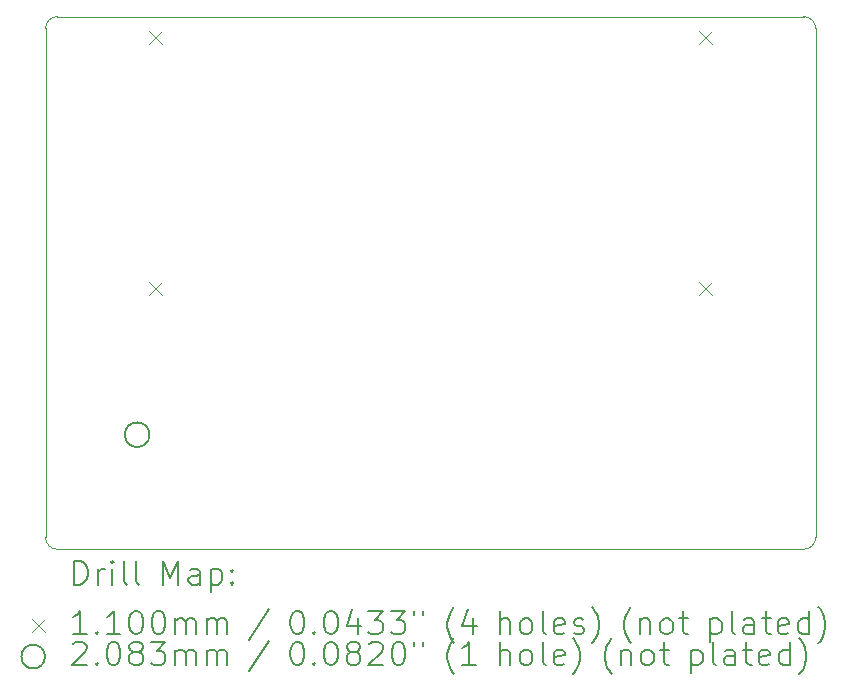
<source format=gbr>
%TF.GenerationSoftware,KiCad,Pcbnew,(7.0.0)*%
%TF.CreationDate,2023-03-13T21:24:51+00:00*%
%TF.ProjectId,main,6d61696e-2e6b-4696-9361-645f70636258,1.0*%
%TF.SameCoordinates,Original*%
%TF.FileFunction,Drillmap*%
%TF.FilePolarity,Positive*%
%FSLAX45Y45*%
G04 Gerber Fmt 4.5, Leading zero omitted, Abs format (unit mm)*
G04 Created by KiCad (PCBNEW (7.0.0)) date 2023-03-13 21:24:51*
%MOMM*%
%LPD*%
G01*
G04 APERTURE LIST*
%ADD10C,0.100000*%
%ADD11C,0.200000*%
%ADD12C,0.110000*%
%ADD13C,0.208280*%
G04 APERTURE END LIST*
D10*
X2830000Y-2660000D02*
X9150000Y-2660000D01*
X9250000Y-2760000D02*
G75*
G03*
X9150000Y-2660000I-100000J0D01*
G01*
X9150000Y-7170000D02*
G75*
G03*
X9250000Y-7070000I0J100000D01*
G01*
X2830000Y-2660000D02*
G75*
G03*
X2730000Y-2760000I0J-100000D01*
G01*
X2730000Y-2760000D02*
X2730000Y-7070000D01*
X9250000Y-7070000D02*
X9250000Y-2760000D01*
X2830000Y-7170000D02*
X9150000Y-7170000D01*
X2730000Y-7070000D02*
G75*
G03*
X2830000Y-7170000I100000J0D01*
G01*
D11*
D12*
X3605000Y-2785000D02*
X3715000Y-2895000D01*
X3715000Y-2785000D02*
X3605000Y-2895000D01*
X3605000Y-4905000D02*
X3715000Y-5015000D01*
X3715000Y-4905000D02*
X3605000Y-5015000D01*
X8265000Y-2785000D02*
X8375000Y-2895000D01*
X8375000Y-2785000D02*
X8265000Y-2895000D01*
X8265000Y-4905000D02*
X8375000Y-5015000D01*
X8375000Y-4905000D02*
X8265000Y-5015000D01*
D13*
X3609630Y-6200000D02*
G75*
G03*
X3609630Y-6200000I-104140J0D01*
G01*
D11*
X2972619Y-7468476D02*
X2972619Y-7268476D01*
X2972619Y-7268476D02*
X3020238Y-7268476D01*
X3020238Y-7268476D02*
X3048809Y-7278000D01*
X3048809Y-7278000D02*
X3067857Y-7297048D01*
X3067857Y-7297048D02*
X3077381Y-7316095D01*
X3077381Y-7316095D02*
X3086905Y-7354190D01*
X3086905Y-7354190D02*
X3086905Y-7382762D01*
X3086905Y-7382762D02*
X3077381Y-7420857D01*
X3077381Y-7420857D02*
X3067857Y-7439905D01*
X3067857Y-7439905D02*
X3048809Y-7458952D01*
X3048809Y-7458952D02*
X3020238Y-7468476D01*
X3020238Y-7468476D02*
X2972619Y-7468476D01*
X3172619Y-7468476D02*
X3172619Y-7335143D01*
X3172619Y-7373238D02*
X3182143Y-7354190D01*
X3182143Y-7354190D02*
X3191667Y-7344667D01*
X3191667Y-7344667D02*
X3210714Y-7335143D01*
X3210714Y-7335143D02*
X3229762Y-7335143D01*
X3296428Y-7468476D02*
X3296428Y-7335143D01*
X3296428Y-7268476D02*
X3286905Y-7278000D01*
X3286905Y-7278000D02*
X3296428Y-7287524D01*
X3296428Y-7287524D02*
X3305952Y-7278000D01*
X3305952Y-7278000D02*
X3296428Y-7268476D01*
X3296428Y-7268476D02*
X3296428Y-7287524D01*
X3420238Y-7468476D02*
X3401190Y-7458952D01*
X3401190Y-7458952D02*
X3391667Y-7439905D01*
X3391667Y-7439905D02*
X3391667Y-7268476D01*
X3525000Y-7468476D02*
X3505952Y-7458952D01*
X3505952Y-7458952D02*
X3496428Y-7439905D01*
X3496428Y-7439905D02*
X3496428Y-7268476D01*
X3721190Y-7468476D02*
X3721190Y-7268476D01*
X3721190Y-7268476D02*
X3787857Y-7411333D01*
X3787857Y-7411333D02*
X3854524Y-7268476D01*
X3854524Y-7268476D02*
X3854524Y-7468476D01*
X4035476Y-7468476D02*
X4035476Y-7363714D01*
X4035476Y-7363714D02*
X4025952Y-7344667D01*
X4025952Y-7344667D02*
X4006905Y-7335143D01*
X4006905Y-7335143D02*
X3968809Y-7335143D01*
X3968809Y-7335143D02*
X3949762Y-7344667D01*
X4035476Y-7458952D02*
X4016428Y-7468476D01*
X4016428Y-7468476D02*
X3968809Y-7468476D01*
X3968809Y-7468476D02*
X3949762Y-7458952D01*
X3949762Y-7458952D02*
X3940238Y-7439905D01*
X3940238Y-7439905D02*
X3940238Y-7420857D01*
X3940238Y-7420857D02*
X3949762Y-7401809D01*
X3949762Y-7401809D02*
X3968809Y-7392286D01*
X3968809Y-7392286D02*
X4016428Y-7392286D01*
X4016428Y-7392286D02*
X4035476Y-7382762D01*
X4130714Y-7335143D02*
X4130714Y-7535143D01*
X4130714Y-7344667D02*
X4149762Y-7335143D01*
X4149762Y-7335143D02*
X4187857Y-7335143D01*
X4187857Y-7335143D02*
X4206905Y-7344667D01*
X4206905Y-7344667D02*
X4216429Y-7354190D01*
X4216429Y-7354190D02*
X4225952Y-7373238D01*
X4225952Y-7373238D02*
X4225952Y-7430381D01*
X4225952Y-7430381D02*
X4216429Y-7449428D01*
X4216429Y-7449428D02*
X4206905Y-7458952D01*
X4206905Y-7458952D02*
X4187857Y-7468476D01*
X4187857Y-7468476D02*
X4149762Y-7468476D01*
X4149762Y-7468476D02*
X4130714Y-7458952D01*
X4311667Y-7449428D02*
X4321190Y-7458952D01*
X4321190Y-7458952D02*
X4311667Y-7468476D01*
X4311667Y-7468476D02*
X4302143Y-7458952D01*
X4302143Y-7458952D02*
X4311667Y-7449428D01*
X4311667Y-7449428D02*
X4311667Y-7468476D01*
X4311667Y-7344667D02*
X4321190Y-7354190D01*
X4321190Y-7354190D02*
X4311667Y-7363714D01*
X4311667Y-7363714D02*
X4302143Y-7354190D01*
X4302143Y-7354190D02*
X4311667Y-7344667D01*
X4311667Y-7344667D02*
X4311667Y-7363714D01*
D12*
X2615000Y-7760000D02*
X2725000Y-7870000D01*
X2725000Y-7760000D02*
X2615000Y-7870000D01*
D11*
X3077381Y-7888476D02*
X2963095Y-7888476D01*
X3020238Y-7888476D02*
X3020238Y-7688476D01*
X3020238Y-7688476D02*
X3001190Y-7717048D01*
X3001190Y-7717048D02*
X2982143Y-7736095D01*
X2982143Y-7736095D02*
X2963095Y-7745619D01*
X3163095Y-7869428D02*
X3172619Y-7878952D01*
X3172619Y-7878952D02*
X3163095Y-7888476D01*
X3163095Y-7888476D02*
X3153571Y-7878952D01*
X3153571Y-7878952D02*
X3163095Y-7869428D01*
X3163095Y-7869428D02*
X3163095Y-7888476D01*
X3363095Y-7888476D02*
X3248809Y-7888476D01*
X3305952Y-7888476D02*
X3305952Y-7688476D01*
X3305952Y-7688476D02*
X3286905Y-7717048D01*
X3286905Y-7717048D02*
X3267857Y-7736095D01*
X3267857Y-7736095D02*
X3248809Y-7745619D01*
X3486905Y-7688476D02*
X3505952Y-7688476D01*
X3505952Y-7688476D02*
X3525000Y-7698000D01*
X3525000Y-7698000D02*
X3534524Y-7707524D01*
X3534524Y-7707524D02*
X3544048Y-7726571D01*
X3544048Y-7726571D02*
X3553571Y-7764667D01*
X3553571Y-7764667D02*
X3553571Y-7812286D01*
X3553571Y-7812286D02*
X3544048Y-7850381D01*
X3544048Y-7850381D02*
X3534524Y-7869428D01*
X3534524Y-7869428D02*
X3525000Y-7878952D01*
X3525000Y-7878952D02*
X3505952Y-7888476D01*
X3505952Y-7888476D02*
X3486905Y-7888476D01*
X3486905Y-7888476D02*
X3467857Y-7878952D01*
X3467857Y-7878952D02*
X3458333Y-7869428D01*
X3458333Y-7869428D02*
X3448809Y-7850381D01*
X3448809Y-7850381D02*
X3439286Y-7812286D01*
X3439286Y-7812286D02*
X3439286Y-7764667D01*
X3439286Y-7764667D02*
X3448809Y-7726571D01*
X3448809Y-7726571D02*
X3458333Y-7707524D01*
X3458333Y-7707524D02*
X3467857Y-7698000D01*
X3467857Y-7698000D02*
X3486905Y-7688476D01*
X3677381Y-7688476D02*
X3696429Y-7688476D01*
X3696429Y-7688476D02*
X3715476Y-7698000D01*
X3715476Y-7698000D02*
X3725000Y-7707524D01*
X3725000Y-7707524D02*
X3734524Y-7726571D01*
X3734524Y-7726571D02*
X3744048Y-7764667D01*
X3744048Y-7764667D02*
X3744048Y-7812286D01*
X3744048Y-7812286D02*
X3734524Y-7850381D01*
X3734524Y-7850381D02*
X3725000Y-7869428D01*
X3725000Y-7869428D02*
X3715476Y-7878952D01*
X3715476Y-7878952D02*
X3696429Y-7888476D01*
X3696429Y-7888476D02*
X3677381Y-7888476D01*
X3677381Y-7888476D02*
X3658333Y-7878952D01*
X3658333Y-7878952D02*
X3648809Y-7869428D01*
X3648809Y-7869428D02*
X3639286Y-7850381D01*
X3639286Y-7850381D02*
X3629762Y-7812286D01*
X3629762Y-7812286D02*
X3629762Y-7764667D01*
X3629762Y-7764667D02*
X3639286Y-7726571D01*
X3639286Y-7726571D02*
X3648809Y-7707524D01*
X3648809Y-7707524D02*
X3658333Y-7698000D01*
X3658333Y-7698000D02*
X3677381Y-7688476D01*
X3829762Y-7888476D02*
X3829762Y-7755143D01*
X3829762Y-7774190D02*
X3839286Y-7764667D01*
X3839286Y-7764667D02*
X3858333Y-7755143D01*
X3858333Y-7755143D02*
X3886905Y-7755143D01*
X3886905Y-7755143D02*
X3905952Y-7764667D01*
X3905952Y-7764667D02*
X3915476Y-7783714D01*
X3915476Y-7783714D02*
X3915476Y-7888476D01*
X3915476Y-7783714D02*
X3925000Y-7764667D01*
X3925000Y-7764667D02*
X3944048Y-7755143D01*
X3944048Y-7755143D02*
X3972619Y-7755143D01*
X3972619Y-7755143D02*
X3991667Y-7764667D01*
X3991667Y-7764667D02*
X4001190Y-7783714D01*
X4001190Y-7783714D02*
X4001190Y-7888476D01*
X4096429Y-7888476D02*
X4096429Y-7755143D01*
X4096429Y-7774190D02*
X4105952Y-7764667D01*
X4105952Y-7764667D02*
X4125000Y-7755143D01*
X4125000Y-7755143D02*
X4153571Y-7755143D01*
X4153571Y-7755143D02*
X4172619Y-7764667D01*
X4172619Y-7764667D02*
X4182143Y-7783714D01*
X4182143Y-7783714D02*
X4182143Y-7888476D01*
X4182143Y-7783714D02*
X4191667Y-7764667D01*
X4191667Y-7764667D02*
X4210714Y-7755143D01*
X4210714Y-7755143D02*
X4239286Y-7755143D01*
X4239286Y-7755143D02*
X4258333Y-7764667D01*
X4258333Y-7764667D02*
X4267857Y-7783714D01*
X4267857Y-7783714D02*
X4267857Y-7888476D01*
X4625952Y-7678952D02*
X4454524Y-7936095D01*
X4850714Y-7688476D02*
X4869762Y-7688476D01*
X4869762Y-7688476D02*
X4888810Y-7698000D01*
X4888810Y-7698000D02*
X4898333Y-7707524D01*
X4898333Y-7707524D02*
X4907857Y-7726571D01*
X4907857Y-7726571D02*
X4917381Y-7764667D01*
X4917381Y-7764667D02*
X4917381Y-7812286D01*
X4917381Y-7812286D02*
X4907857Y-7850381D01*
X4907857Y-7850381D02*
X4898333Y-7869428D01*
X4898333Y-7869428D02*
X4888810Y-7878952D01*
X4888810Y-7878952D02*
X4869762Y-7888476D01*
X4869762Y-7888476D02*
X4850714Y-7888476D01*
X4850714Y-7888476D02*
X4831667Y-7878952D01*
X4831667Y-7878952D02*
X4822143Y-7869428D01*
X4822143Y-7869428D02*
X4812619Y-7850381D01*
X4812619Y-7850381D02*
X4803095Y-7812286D01*
X4803095Y-7812286D02*
X4803095Y-7764667D01*
X4803095Y-7764667D02*
X4812619Y-7726571D01*
X4812619Y-7726571D02*
X4822143Y-7707524D01*
X4822143Y-7707524D02*
X4831667Y-7698000D01*
X4831667Y-7698000D02*
X4850714Y-7688476D01*
X5003095Y-7869428D02*
X5012619Y-7878952D01*
X5012619Y-7878952D02*
X5003095Y-7888476D01*
X5003095Y-7888476D02*
X4993572Y-7878952D01*
X4993572Y-7878952D02*
X5003095Y-7869428D01*
X5003095Y-7869428D02*
X5003095Y-7888476D01*
X5136429Y-7688476D02*
X5155476Y-7688476D01*
X5155476Y-7688476D02*
X5174524Y-7698000D01*
X5174524Y-7698000D02*
X5184048Y-7707524D01*
X5184048Y-7707524D02*
X5193572Y-7726571D01*
X5193572Y-7726571D02*
X5203095Y-7764667D01*
X5203095Y-7764667D02*
X5203095Y-7812286D01*
X5203095Y-7812286D02*
X5193572Y-7850381D01*
X5193572Y-7850381D02*
X5184048Y-7869428D01*
X5184048Y-7869428D02*
X5174524Y-7878952D01*
X5174524Y-7878952D02*
X5155476Y-7888476D01*
X5155476Y-7888476D02*
X5136429Y-7888476D01*
X5136429Y-7888476D02*
X5117381Y-7878952D01*
X5117381Y-7878952D02*
X5107857Y-7869428D01*
X5107857Y-7869428D02*
X5098333Y-7850381D01*
X5098333Y-7850381D02*
X5088810Y-7812286D01*
X5088810Y-7812286D02*
X5088810Y-7764667D01*
X5088810Y-7764667D02*
X5098333Y-7726571D01*
X5098333Y-7726571D02*
X5107857Y-7707524D01*
X5107857Y-7707524D02*
X5117381Y-7698000D01*
X5117381Y-7698000D02*
X5136429Y-7688476D01*
X5374524Y-7755143D02*
X5374524Y-7888476D01*
X5326905Y-7678952D02*
X5279286Y-7821809D01*
X5279286Y-7821809D02*
X5403095Y-7821809D01*
X5460238Y-7688476D02*
X5584048Y-7688476D01*
X5584048Y-7688476D02*
X5517381Y-7764667D01*
X5517381Y-7764667D02*
X5545953Y-7764667D01*
X5545953Y-7764667D02*
X5565000Y-7774190D01*
X5565000Y-7774190D02*
X5574524Y-7783714D01*
X5574524Y-7783714D02*
X5584048Y-7802762D01*
X5584048Y-7802762D02*
X5584048Y-7850381D01*
X5584048Y-7850381D02*
X5574524Y-7869428D01*
X5574524Y-7869428D02*
X5565000Y-7878952D01*
X5565000Y-7878952D02*
X5545953Y-7888476D01*
X5545953Y-7888476D02*
X5488810Y-7888476D01*
X5488810Y-7888476D02*
X5469762Y-7878952D01*
X5469762Y-7878952D02*
X5460238Y-7869428D01*
X5650714Y-7688476D02*
X5774524Y-7688476D01*
X5774524Y-7688476D02*
X5707857Y-7764667D01*
X5707857Y-7764667D02*
X5736429Y-7764667D01*
X5736429Y-7764667D02*
X5755476Y-7774190D01*
X5755476Y-7774190D02*
X5765000Y-7783714D01*
X5765000Y-7783714D02*
X5774524Y-7802762D01*
X5774524Y-7802762D02*
X5774524Y-7850381D01*
X5774524Y-7850381D02*
X5765000Y-7869428D01*
X5765000Y-7869428D02*
X5755476Y-7878952D01*
X5755476Y-7878952D02*
X5736429Y-7888476D01*
X5736429Y-7888476D02*
X5679286Y-7888476D01*
X5679286Y-7888476D02*
X5660238Y-7878952D01*
X5660238Y-7878952D02*
X5650714Y-7869428D01*
X5850714Y-7688476D02*
X5850714Y-7726571D01*
X5926905Y-7688476D02*
X5926905Y-7726571D01*
X6189762Y-7964667D02*
X6180238Y-7955143D01*
X6180238Y-7955143D02*
X6161191Y-7926571D01*
X6161191Y-7926571D02*
X6151667Y-7907524D01*
X6151667Y-7907524D02*
X6142143Y-7878952D01*
X6142143Y-7878952D02*
X6132619Y-7831333D01*
X6132619Y-7831333D02*
X6132619Y-7793238D01*
X6132619Y-7793238D02*
X6142143Y-7745619D01*
X6142143Y-7745619D02*
X6151667Y-7717048D01*
X6151667Y-7717048D02*
X6161191Y-7698000D01*
X6161191Y-7698000D02*
X6180238Y-7669428D01*
X6180238Y-7669428D02*
X6189762Y-7659905D01*
X6351667Y-7755143D02*
X6351667Y-7888476D01*
X6304048Y-7678952D02*
X6256429Y-7821809D01*
X6256429Y-7821809D02*
X6380238Y-7821809D01*
X6576429Y-7888476D02*
X6576429Y-7688476D01*
X6662143Y-7888476D02*
X6662143Y-7783714D01*
X6662143Y-7783714D02*
X6652619Y-7764667D01*
X6652619Y-7764667D02*
X6633572Y-7755143D01*
X6633572Y-7755143D02*
X6605000Y-7755143D01*
X6605000Y-7755143D02*
X6585952Y-7764667D01*
X6585952Y-7764667D02*
X6576429Y-7774190D01*
X6785952Y-7888476D02*
X6766905Y-7878952D01*
X6766905Y-7878952D02*
X6757381Y-7869428D01*
X6757381Y-7869428D02*
X6747857Y-7850381D01*
X6747857Y-7850381D02*
X6747857Y-7793238D01*
X6747857Y-7793238D02*
X6757381Y-7774190D01*
X6757381Y-7774190D02*
X6766905Y-7764667D01*
X6766905Y-7764667D02*
X6785952Y-7755143D01*
X6785952Y-7755143D02*
X6814524Y-7755143D01*
X6814524Y-7755143D02*
X6833572Y-7764667D01*
X6833572Y-7764667D02*
X6843095Y-7774190D01*
X6843095Y-7774190D02*
X6852619Y-7793238D01*
X6852619Y-7793238D02*
X6852619Y-7850381D01*
X6852619Y-7850381D02*
X6843095Y-7869428D01*
X6843095Y-7869428D02*
X6833572Y-7878952D01*
X6833572Y-7878952D02*
X6814524Y-7888476D01*
X6814524Y-7888476D02*
X6785952Y-7888476D01*
X6966905Y-7888476D02*
X6947857Y-7878952D01*
X6947857Y-7878952D02*
X6938333Y-7859905D01*
X6938333Y-7859905D02*
X6938333Y-7688476D01*
X7119286Y-7878952D02*
X7100238Y-7888476D01*
X7100238Y-7888476D02*
X7062143Y-7888476D01*
X7062143Y-7888476D02*
X7043095Y-7878952D01*
X7043095Y-7878952D02*
X7033572Y-7859905D01*
X7033572Y-7859905D02*
X7033572Y-7783714D01*
X7033572Y-7783714D02*
X7043095Y-7764667D01*
X7043095Y-7764667D02*
X7062143Y-7755143D01*
X7062143Y-7755143D02*
X7100238Y-7755143D01*
X7100238Y-7755143D02*
X7119286Y-7764667D01*
X7119286Y-7764667D02*
X7128810Y-7783714D01*
X7128810Y-7783714D02*
X7128810Y-7802762D01*
X7128810Y-7802762D02*
X7033572Y-7821809D01*
X7205000Y-7878952D02*
X7224048Y-7888476D01*
X7224048Y-7888476D02*
X7262143Y-7888476D01*
X7262143Y-7888476D02*
X7281191Y-7878952D01*
X7281191Y-7878952D02*
X7290714Y-7859905D01*
X7290714Y-7859905D02*
X7290714Y-7850381D01*
X7290714Y-7850381D02*
X7281191Y-7831333D01*
X7281191Y-7831333D02*
X7262143Y-7821809D01*
X7262143Y-7821809D02*
X7233572Y-7821809D01*
X7233572Y-7821809D02*
X7214524Y-7812286D01*
X7214524Y-7812286D02*
X7205000Y-7793238D01*
X7205000Y-7793238D02*
X7205000Y-7783714D01*
X7205000Y-7783714D02*
X7214524Y-7764667D01*
X7214524Y-7764667D02*
X7233572Y-7755143D01*
X7233572Y-7755143D02*
X7262143Y-7755143D01*
X7262143Y-7755143D02*
X7281191Y-7764667D01*
X7357381Y-7964667D02*
X7366905Y-7955143D01*
X7366905Y-7955143D02*
X7385953Y-7926571D01*
X7385953Y-7926571D02*
X7395476Y-7907524D01*
X7395476Y-7907524D02*
X7405000Y-7878952D01*
X7405000Y-7878952D02*
X7414524Y-7831333D01*
X7414524Y-7831333D02*
X7414524Y-7793238D01*
X7414524Y-7793238D02*
X7405000Y-7745619D01*
X7405000Y-7745619D02*
X7395476Y-7717048D01*
X7395476Y-7717048D02*
X7385953Y-7698000D01*
X7385953Y-7698000D02*
X7366905Y-7669428D01*
X7366905Y-7669428D02*
X7357381Y-7659905D01*
X7686905Y-7964667D02*
X7677381Y-7955143D01*
X7677381Y-7955143D02*
X7658333Y-7926571D01*
X7658333Y-7926571D02*
X7648810Y-7907524D01*
X7648810Y-7907524D02*
X7639286Y-7878952D01*
X7639286Y-7878952D02*
X7629762Y-7831333D01*
X7629762Y-7831333D02*
X7629762Y-7793238D01*
X7629762Y-7793238D02*
X7639286Y-7745619D01*
X7639286Y-7745619D02*
X7648810Y-7717048D01*
X7648810Y-7717048D02*
X7658333Y-7698000D01*
X7658333Y-7698000D02*
X7677381Y-7669428D01*
X7677381Y-7669428D02*
X7686905Y-7659905D01*
X7763095Y-7755143D02*
X7763095Y-7888476D01*
X7763095Y-7774190D02*
X7772619Y-7764667D01*
X7772619Y-7764667D02*
X7791667Y-7755143D01*
X7791667Y-7755143D02*
X7820238Y-7755143D01*
X7820238Y-7755143D02*
X7839286Y-7764667D01*
X7839286Y-7764667D02*
X7848810Y-7783714D01*
X7848810Y-7783714D02*
X7848810Y-7888476D01*
X7972619Y-7888476D02*
X7953572Y-7878952D01*
X7953572Y-7878952D02*
X7944048Y-7869428D01*
X7944048Y-7869428D02*
X7934524Y-7850381D01*
X7934524Y-7850381D02*
X7934524Y-7793238D01*
X7934524Y-7793238D02*
X7944048Y-7774190D01*
X7944048Y-7774190D02*
X7953572Y-7764667D01*
X7953572Y-7764667D02*
X7972619Y-7755143D01*
X7972619Y-7755143D02*
X8001191Y-7755143D01*
X8001191Y-7755143D02*
X8020238Y-7764667D01*
X8020238Y-7764667D02*
X8029762Y-7774190D01*
X8029762Y-7774190D02*
X8039286Y-7793238D01*
X8039286Y-7793238D02*
X8039286Y-7850381D01*
X8039286Y-7850381D02*
X8029762Y-7869428D01*
X8029762Y-7869428D02*
X8020238Y-7878952D01*
X8020238Y-7878952D02*
X8001191Y-7888476D01*
X8001191Y-7888476D02*
X7972619Y-7888476D01*
X8096429Y-7755143D02*
X8172619Y-7755143D01*
X8125000Y-7688476D02*
X8125000Y-7859905D01*
X8125000Y-7859905D02*
X8134524Y-7878952D01*
X8134524Y-7878952D02*
X8153572Y-7888476D01*
X8153572Y-7888476D02*
X8172619Y-7888476D01*
X8359286Y-7755143D02*
X8359286Y-7955143D01*
X8359286Y-7764667D02*
X8378333Y-7755143D01*
X8378333Y-7755143D02*
X8416429Y-7755143D01*
X8416429Y-7755143D02*
X8435476Y-7764667D01*
X8435476Y-7764667D02*
X8445000Y-7774190D01*
X8445000Y-7774190D02*
X8454524Y-7793238D01*
X8454524Y-7793238D02*
X8454524Y-7850381D01*
X8454524Y-7850381D02*
X8445000Y-7869428D01*
X8445000Y-7869428D02*
X8435476Y-7878952D01*
X8435476Y-7878952D02*
X8416429Y-7888476D01*
X8416429Y-7888476D02*
X8378333Y-7888476D01*
X8378333Y-7888476D02*
X8359286Y-7878952D01*
X8568810Y-7888476D02*
X8549762Y-7878952D01*
X8549762Y-7878952D02*
X8540238Y-7859905D01*
X8540238Y-7859905D02*
X8540238Y-7688476D01*
X8730715Y-7888476D02*
X8730715Y-7783714D01*
X8730715Y-7783714D02*
X8721191Y-7764667D01*
X8721191Y-7764667D02*
X8702143Y-7755143D01*
X8702143Y-7755143D02*
X8664048Y-7755143D01*
X8664048Y-7755143D02*
X8645000Y-7764667D01*
X8730715Y-7878952D02*
X8711667Y-7888476D01*
X8711667Y-7888476D02*
X8664048Y-7888476D01*
X8664048Y-7888476D02*
X8645000Y-7878952D01*
X8645000Y-7878952D02*
X8635476Y-7859905D01*
X8635476Y-7859905D02*
X8635476Y-7840857D01*
X8635476Y-7840857D02*
X8645000Y-7821809D01*
X8645000Y-7821809D02*
X8664048Y-7812286D01*
X8664048Y-7812286D02*
X8711667Y-7812286D01*
X8711667Y-7812286D02*
X8730715Y-7802762D01*
X8797381Y-7755143D02*
X8873572Y-7755143D01*
X8825953Y-7688476D02*
X8825953Y-7859905D01*
X8825953Y-7859905D02*
X8835476Y-7878952D01*
X8835476Y-7878952D02*
X8854524Y-7888476D01*
X8854524Y-7888476D02*
X8873572Y-7888476D01*
X9016429Y-7878952D02*
X8997381Y-7888476D01*
X8997381Y-7888476D02*
X8959286Y-7888476D01*
X8959286Y-7888476D02*
X8940238Y-7878952D01*
X8940238Y-7878952D02*
X8930715Y-7859905D01*
X8930715Y-7859905D02*
X8930715Y-7783714D01*
X8930715Y-7783714D02*
X8940238Y-7764667D01*
X8940238Y-7764667D02*
X8959286Y-7755143D01*
X8959286Y-7755143D02*
X8997381Y-7755143D01*
X8997381Y-7755143D02*
X9016429Y-7764667D01*
X9016429Y-7764667D02*
X9025953Y-7783714D01*
X9025953Y-7783714D02*
X9025953Y-7802762D01*
X9025953Y-7802762D02*
X8930715Y-7821809D01*
X9197381Y-7888476D02*
X9197381Y-7688476D01*
X9197381Y-7878952D02*
X9178334Y-7888476D01*
X9178334Y-7888476D02*
X9140238Y-7888476D01*
X9140238Y-7888476D02*
X9121191Y-7878952D01*
X9121191Y-7878952D02*
X9111667Y-7869428D01*
X9111667Y-7869428D02*
X9102143Y-7850381D01*
X9102143Y-7850381D02*
X9102143Y-7793238D01*
X9102143Y-7793238D02*
X9111667Y-7774190D01*
X9111667Y-7774190D02*
X9121191Y-7764667D01*
X9121191Y-7764667D02*
X9140238Y-7755143D01*
X9140238Y-7755143D02*
X9178334Y-7755143D01*
X9178334Y-7755143D02*
X9197381Y-7764667D01*
X9273572Y-7964667D02*
X9283096Y-7955143D01*
X9283096Y-7955143D02*
X9302143Y-7926571D01*
X9302143Y-7926571D02*
X9311667Y-7907524D01*
X9311667Y-7907524D02*
X9321191Y-7878952D01*
X9321191Y-7878952D02*
X9330715Y-7831333D01*
X9330715Y-7831333D02*
X9330715Y-7793238D01*
X9330715Y-7793238D02*
X9321191Y-7745619D01*
X9321191Y-7745619D02*
X9311667Y-7717048D01*
X9311667Y-7717048D02*
X9302143Y-7698000D01*
X9302143Y-7698000D02*
X9283096Y-7669428D01*
X9283096Y-7669428D02*
X9273572Y-7659905D01*
X2725000Y-8079000D02*
G75*
G03*
X2725000Y-8079000I-100000J0D01*
G01*
X2963095Y-7971524D02*
X2972619Y-7962000D01*
X2972619Y-7962000D02*
X2991667Y-7952476D01*
X2991667Y-7952476D02*
X3039286Y-7952476D01*
X3039286Y-7952476D02*
X3058333Y-7962000D01*
X3058333Y-7962000D02*
X3067857Y-7971524D01*
X3067857Y-7971524D02*
X3077381Y-7990571D01*
X3077381Y-7990571D02*
X3077381Y-8009619D01*
X3077381Y-8009619D02*
X3067857Y-8038190D01*
X3067857Y-8038190D02*
X2953571Y-8152476D01*
X2953571Y-8152476D02*
X3077381Y-8152476D01*
X3163095Y-8133428D02*
X3172619Y-8142952D01*
X3172619Y-8142952D02*
X3163095Y-8152476D01*
X3163095Y-8152476D02*
X3153571Y-8142952D01*
X3153571Y-8142952D02*
X3163095Y-8133428D01*
X3163095Y-8133428D02*
X3163095Y-8152476D01*
X3296428Y-7952476D02*
X3315476Y-7952476D01*
X3315476Y-7952476D02*
X3334524Y-7962000D01*
X3334524Y-7962000D02*
X3344048Y-7971524D01*
X3344048Y-7971524D02*
X3353571Y-7990571D01*
X3353571Y-7990571D02*
X3363095Y-8028667D01*
X3363095Y-8028667D02*
X3363095Y-8076286D01*
X3363095Y-8076286D02*
X3353571Y-8114381D01*
X3353571Y-8114381D02*
X3344048Y-8133428D01*
X3344048Y-8133428D02*
X3334524Y-8142952D01*
X3334524Y-8142952D02*
X3315476Y-8152476D01*
X3315476Y-8152476D02*
X3296428Y-8152476D01*
X3296428Y-8152476D02*
X3277381Y-8142952D01*
X3277381Y-8142952D02*
X3267857Y-8133428D01*
X3267857Y-8133428D02*
X3258333Y-8114381D01*
X3258333Y-8114381D02*
X3248809Y-8076286D01*
X3248809Y-8076286D02*
X3248809Y-8028667D01*
X3248809Y-8028667D02*
X3258333Y-7990571D01*
X3258333Y-7990571D02*
X3267857Y-7971524D01*
X3267857Y-7971524D02*
X3277381Y-7962000D01*
X3277381Y-7962000D02*
X3296428Y-7952476D01*
X3477381Y-8038190D02*
X3458333Y-8028667D01*
X3458333Y-8028667D02*
X3448809Y-8019143D01*
X3448809Y-8019143D02*
X3439286Y-8000095D01*
X3439286Y-8000095D02*
X3439286Y-7990571D01*
X3439286Y-7990571D02*
X3448809Y-7971524D01*
X3448809Y-7971524D02*
X3458333Y-7962000D01*
X3458333Y-7962000D02*
X3477381Y-7952476D01*
X3477381Y-7952476D02*
X3515476Y-7952476D01*
X3515476Y-7952476D02*
X3534524Y-7962000D01*
X3534524Y-7962000D02*
X3544048Y-7971524D01*
X3544048Y-7971524D02*
X3553571Y-7990571D01*
X3553571Y-7990571D02*
X3553571Y-8000095D01*
X3553571Y-8000095D02*
X3544048Y-8019143D01*
X3544048Y-8019143D02*
X3534524Y-8028667D01*
X3534524Y-8028667D02*
X3515476Y-8038190D01*
X3515476Y-8038190D02*
X3477381Y-8038190D01*
X3477381Y-8038190D02*
X3458333Y-8047714D01*
X3458333Y-8047714D02*
X3448809Y-8057238D01*
X3448809Y-8057238D02*
X3439286Y-8076286D01*
X3439286Y-8076286D02*
X3439286Y-8114381D01*
X3439286Y-8114381D02*
X3448809Y-8133428D01*
X3448809Y-8133428D02*
X3458333Y-8142952D01*
X3458333Y-8142952D02*
X3477381Y-8152476D01*
X3477381Y-8152476D02*
X3515476Y-8152476D01*
X3515476Y-8152476D02*
X3534524Y-8142952D01*
X3534524Y-8142952D02*
X3544048Y-8133428D01*
X3544048Y-8133428D02*
X3553571Y-8114381D01*
X3553571Y-8114381D02*
X3553571Y-8076286D01*
X3553571Y-8076286D02*
X3544048Y-8057238D01*
X3544048Y-8057238D02*
X3534524Y-8047714D01*
X3534524Y-8047714D02*
X3515476Y-8038190D01*
X3620238Y-7952476D02*
X3744048Y-7952476D01*
X3744048Y-7952476D02*
X3677381Y-8028667D01*
X3677381Y-8028667D02*
X3705952Y-8028667D01*
X3705952Y-8028667D02*
X3725000Y-8038190D01*
X3725000Y-8038190D02*
X3734524Y-8047714D01*
X3734524Y-8047714D02*
X3744048Y-8066762D01*
X3744048Y-8066762D02*
X3744048Y-8114381D01*
X3744048Y-8114381D02*
X3734524Y-8133428D01*
X3734524Y-8133428D02*
X3725000Y-8142952D01*
X3725000Y-8142952D02*
X3705952Y-8152476D01*
X3705952Y-8152476D02*
X3648809Y-8152476D01*
X3648809Y-8152476D02*
X3629762Y-8142952D01*
X3629762Y-8142952D02*
X3620238Y-8133428D01*
X3829762Y-8152476D02*
X3829762Y-8019143D01*
X3829762Y-8038190D02*
X3839286Y-8028667D01*
X3839286Y-8028667D02*
X3858333Y-8019143D01*
X3858333Y-8019143D02*
X3886905Y-8019143D01*
X3886905Y-8019143D02*
X3905952Y-8028667D01*
X3905952Y-8028667D02*
X3915476Y-8047714D01*
X3915476Y-8047714D02*
X3915476Y-8152476D01*
X3915476Y-8047714D02*
X3925000Y-8028667D01*
X3925000Y-8028667D02*
X3944048Y-8019143D01*
X3944048Y-8019143D02*
X3972619Y-8019143D01*
X3972619Y-8019143D02*
X3991667Y-8028667D01*
X3991667Y-8028667D02*
X4001190Y-8047714D01*
X4001190Y-8047714D02*
X4001190Y-8152476D01*
X4096429Y-8152476D02*
X4096429Y-8019143D01*
X4096429Y-8038190D02*
X4105952Y-8028667D01*
X4105952Y-8028667D02*
X4125000Y-8019143D01*
X4125000Y-8019143D02*
X4153571Y-8019143D01*
X4153571Y-8019143D02*
X4172619Y-8028667D01*
X4172619Y-8028667D02*
X4182143Y-8047714D01*
X4182143Y-8047714D02*
X4182143Y-8152476D01*
X4182143Y-8047714D02*
X4191667Y-8028667D01*
X4191667Y-8028667D02*
X4210714Y-8019143D01*
X4210714Y-8019143D02*
X4239286Y-8019143D01*
X4239286Y-8019143D02*
X4258333Y-8028667D01*
X4258333Y-8028667D02*
X4267857Y-8047714D01*
X4267857Y-8047714D02*
X4267857Y-8152476D01*
X4625952Y-7942952D02*
X4454524Y-8200095D01*
X4850714Y-7952476D02*
X4869762Y-7952476D01*
X4869762Y-7952476D02*
X4888810Y-7962000D01*
X4888810Y-7962000D02*
X4898333Y-7971524D01*
X4898333Y-7971524D02*
X4907857Y-7990571D01*
X4907857Y-7990571D02*
X4917381Y-8028667D01*
X4917381Y-8028667D02*
X4917381Y-8076286D01*
X4917381Y-8076286D02*
X4907857Y-8114381D01*
X4907857Y-8114381D02*
X4898333Y-8133428D01*
X4898333Y-8133428D02*
X4888810Y-8142952D01*
X4888810Y-8142952D02*
X4869762Y-8152476D01*
X4869762Y-8152476D02*
X4850714Y-8152476D01*
X4850714Y-8152476D02*
X4831667Y-8142952D01*
X4831667Y-8142952D02*
X4822143Y-8133428D01*
X4822143Y-8133428D02*
X4812619Y-8114381D01*
X4812619Y-8114381D02*
X4803095Y-8076286D01*
X4803095Y-8076286D02*
X4803095Y-8028667D01*
X4803095Y-8028667D02*
X4812619Y-7990571D01*
X4812619Y-7990571D02*
X4822143Y-7971524D01*
X4822143Y-7971524D02*
X4831667Y-7962000D01*
X4831667Y-7962000D02*
X4850714Y-7952476D01*
X5003095Y-8133428D02*
X5012619Y-8142952D01*
X5012619Y-8142952D02*
X5003095Y-8152476D01*
X5003095Y-8152476D02*
X4993572Y-8142952D01*
X4993572Y-8142952D02*
X5003095Y-8133428D01*
X5003095Y-8133428D02*
X5003095Y-8152476D01*
X5136429Y-7952476D02*
X5155476Y-7952476D01*
X5155476Y-7952476D02*
X5174524Y-7962000D01*
X5174524Y-7962000D02*
X5184048Y-7971524D01*
X5184048Y-7971524D02*
X5193572Y-7990571D01*
X5193572Y-7990571D02*
X5203095Y-8028667D01*
X5203095Y-8028667D02*
X5203095Y-8076286D01*
X5203095Y-8076286D02*
X5193572Y-8114381D01*
X5193572Y-8114381D02*
X5184048Y-8133428D01*
X5184048Y-8133428D02*
X5174524Y-8142952D01*
X5174524Y-8142952D02*
X5155476Y-8152476D01*
X5155476Y-8152476D02*
X5136429Y-8152476D01*
X5136429Y-8152476D02*
X5117381Y-8142952D01*
X5117381Y-8142952D02*
X5107857Y-8133428D01*
X5107857Y-8133428D02*
X5098333Y-8114381D01*
X5098333Y-8114381D02*
X5088810Y-8076286D01*
X5088810Y-8076286D02*
X5088810Y-8028667D01*
X5088810Y-8028667D02*
X5098333Y-7990571D01*
X5098333Y-7990571D02*
X5107857Y-7971524D01*
X5107857Y-7971524D02*
X5117381Y-7962000D01*
X5117381Y-7962000D02*
X5136429Y-7952476D01*
X5317381Y-8038190D02*
X5298333Y-8028667D01*
X5298333Y-8028667D02*
X5288810Y-8019143D01*
X5288810Y-8019143D02*
X5279286Y-8000095D01*
X5279286Y-8000095D02*
X5279286Y-7990571D01*
X5279286Y-7990571D02*
X5288810Y-7971524D01*
X5288810Y-7971524D02*
X5298333Y-7962000D01*
X5298333Y-7962000D02*
X5317381Y-7952476D01*
X5317381Y-7952476D02*
X5355476Y-7952476D01*
X5355476Y-7952476D02*
X5374524Y-7962000D01*
X5374524Y-7962000D02*
X5384048Y-7971524D01*
X5384048Y-7971524D02*
X5393572Y-7990571D01*
X5393572Y-7990571D02*
X5393572Y-8000095D01*
X5393572Y-8000095D02*
X5384048Y-8019143D01*
X5384048Y-8019143D02*
X5374524Y-8028667D01*
X5374524Y-8028667D02*
X5355476Y-8038190D01*
X5355476Y-8038190D02*
X5317381Y-8038190D01*
X5317381Y-8038190D02*
X5298333Y-8047714D01*
X5298333Y-8047714D02*
X5288810Y-8057238D01*
X5288810Y-8057238D02*
X5279286Y-8076286D01*
X5279286Y-8076286D02*
X5279286Y-8114381D01*
X5279286Y-8114381D02*
X5288810Y-8133428D01*
X5288810Y-8133428D02*
X5298333Y-8142952D01*
X5298333Y-8142952D02*
X5317381Y-8152476D01*
X5317381Y-8152476D02*
X5355476Y-8152476D01*
X5355476Y-8152476D02*
X5374524Y-8142952D01*
X5374524Y-8142952D02*
X5384048Y-8133428D01*
X5384048Y-8133428D02*
X5393572Y-8114381D01*
X5393572Y-8114381D02*
X5393572Y-8076286D01*
X5393572Y-8076286D02*
X5384048Y-8057238D01*
X5384048Y-8057238D02*
X5374524Y-8047714D01*
X5374524Y-8047714D02*
X5355476Y-8038190D01*
X5469762Y-7971524D02*
X5479286Y-7962000D01*
X5479286Y-7962000D02*
X5498333Y-7952476D01*
X5498333Y-7952476D02*
X5545953Y-7952476D01*
X5545953Y-7952476D02*
X5565000Y-7962000D01*
X5565000Y-7962000D02*
X5574524Y-7971524D01*
X5574524Y-7971524D02*
X5584048Y-7990571D01*
X5584048Y-7990571D02*
X5584048Y-8009619D01*
X5584048Y-8009619D02*
X5574524Y-8038190D01*
X5574524Y-8038190D02*
X5460238Y-8152476D01*
X5460238Y-8152476D02*
X5584048Y-8152476D01*
X5707857Y-7952476D02*
X5726905Y-7952476D01*
X5726905Y-7952476D02*
X5745952Y-7962000D01*
X5745952Y-7962000D02*
X5755476Y-7971524D01*
X5755476Y-7971524D02*
X5765000Y-7990571D01*
X5765000Y-7990571D02*
X5774524Y-8028667D01*
X5774524Y-8028667D02*
X5774524Y-8076286D01*
X5774524Y-8076286D02*
X5765000Y-8114381D01*
X5765000Y-8114381D02*
X5755476Y-8133428D01*
X5755476Y-8133428D02*
X5745952Y-8142952D01*
X5745952Y-8142952D02*
X5726905Y-8152476D01*
X5726905Y-8152476D02*
X5707857Y-8152476D01*
X5707857Y-8152476D02*
X5688810Y-8142952D01*
X5688810Y-8142952D02*
X5679286Y-8133428D01*
X5679286Y-8133428D02*
X5669762Y-8114381D01*
X5669762Y-8114381D02*
X5660238Y-8076286D01*
X5660238Y-8076286D02*
X5660238Y-8028667D01*
X5660238Y-8028667D02*
X5669762Y-7990571D01*
X5669762Y-7990571D02*
X5679286Y-7971524D01*
X5679286Y-7971524D02*
X5688810Y-7962000D01*
X5688810Y-7962000D02*
X5707857Y-7952476D01*
X5850714Y-7952476D02*
X5850714Y-7990571D01*
X5926905Y-7952476D02*
X5926905Y-7990571D01*
X6189762Y-8228667D02*
X6180238Y-8219143D01*
X6180238Y-8219143D02*
X6161191Y-8190571D01*
X6161191Y-8190571D02*
X6151667Y-8171524D01*
X6151667Y-8171524D02*
X6142143Y-8142952D01*
X6142143Y-8142952D02*
X6132619Y-8095333D01*
X6132619Y-8095333D02*
X6132619Y-8057238D01*
X6132619Y-8057238D02*
X6142143Y-8009619D01*
X6142143Y-8009619D02*
X6151667Y-7981048D01*
X6151667Y-7981048D02*
X6161191Y-7962000D01*
X6161191Y-7962000D02*
X6180238Y-7933428D01*
X6180238Y-7933428D02*
X6189762Y-7923905D01*
X6370714Y-8152476D02*
X6256429Y-8152476D01*
X6313571Y-8152476D02*
X6313571Y-7952476D01*
X6313571Y-7952476D02*
X6294524Y-7981048D01*
X6294524Y-7981048D02*
X6275476Y-8000095D01*
X6275476Y-8000095D02*
X6256429Y-8009619D01*
X6576429Y-8152476D02*
X6576429Y-7952476D01*
X6662143Y-8152476D02*
X6662143Y-8047714D01*
X6662143Y-8047714D02*
X6652619Y-8028667D01*
X6652619Y-8028667D02*
X6633572Y-8019143D01*
X6633572Y-8019143D02*
X6605000Y-8019143D01*
X6605000Y-8019143D02*
X6585952Y-8028667D01*
X6585952Y-8028667D02*
X6576429Y-8038190D01*
X6785952Y-8152476D02*
X6766905Y-8142952D01*
X6766905Y-8142952D02*
X6757381Y-8133428D01*
X6757381Y-8133428D02*
X6747857Y-8114381D01*
X6747857Y-8114381D02*
X6747857Y-8057238D01*
X6747857Y-8057238D02*
X6757381Y-8038190D01*
X6757381Y-8038190D02*
X6766905Y-8028667D01*
X6766905Y-8028667D02*
X6785952Y-8019143D01*
X6785952Y-8019143D02*
X6814524Y-8019143D01*
X6814524Y-8019143D02*
X6833572Y-8028667D01*
X6833572Y-8028667D02*
X6843095Y-8038190D01*
X6843095Y-8038190D02*
X6852619Y-8057238D01*
X6852619Y-8057238D02*
X6852619Y-8114381D01*
X6852619Y-8114381D02*
X6843095Y-8133428D01*
X6843095Y-8133428D02*
X6833572Y-8142952D01*
X6833572Y-8142952D02*
X6814524Y-8152476D01*
X6814524Y-8152476D02*
X6785952Y-8152476D01*
X6966905Y-8152476D02*
X6947857Y-8142952D01*
X6947857Y-8142952D02*
X6938333Y-8123905D01*
X6938333Y-8123905D02*
X6938333Y-7952476D01*
X7119286Y-8142952D02*
X7100238Y-8152476D01*
X7100238Y-8152476D02*
X7062143Y-8152476D01*
X7062143Y-8152476D02*
X7043095Y-8142952D01*
X7043095Y-8142952D02*
X7033572Y-8123905D01*
X7033572Y-8123905D02*
X7033572Y-8047714D01*
X7033572Y-8047714D02*
X7043095Y-8028667D01*
X7043095Y-8028667D02*
X7062143Y-8019143D01*
X7062143Y-8019143D02*
X7100238Y-8019143D01*
X7100238Y-8019143D02*
X7119286Y-8028667D01*
X7119286Y-8028667D02*
X7128810Y-8047714D01*
X7128810Y-8047714D02*
X7128810Y-8066762D01*
X7128810Y-8066762D02*
X7033572Y-8085809D01*
X7195476Y-8228667D02*
X7205000Y-8219143D01*
X7205000Y-8219143D02*
X7224048Y-8190571D01*
X7224048Y-8190571D02*
X7233572Y-8171524D01*
X7233572Y-8171524D02*
X7243095Y-8142952D01*
X7243095Y-8142952D02*
X7252619Y-8095333D01*
X7252619Y-8095333D02*
X7252619Y-8057238D01*
X7252619Y-8057238D02*
X7243095Y-8009619D01*
X7243095Y-8009619D02*
X7233572Y-7981048D01*
X7233572Y-7981048D02*
X7224048Y-7962000D01*
X7224048Y-7962000D02*
X7205000Y-7933428D01*
X7205000Y-7933428D02*
X7195476Y-7923905D01*
X7525000Y-8228667D02*
X7515476Y-8219143D01*
X7515476Y-8219143D02*
X7496429Y-8190571D01*
X7496429Y-8190571D02*
X7486905Y-8171524D01*
X7486905Y-8171524D02*
X7477381Y-8142952D01*
X7477381Y-8142952D02*
X7467857Y-8095333D01*
X7467857Y-8095333D02*
X7467857Y-8057238D01*
X7467857Y-8057238D02*
X7477381Y-8009619D01*
X7477381Y-8009619D02*
X7486905Y-7981048D01*
X7486905Y-7981048D02*
X7496429Y-7962000D01*
X7496429Y-7962000D02*
X7515476Y-7933428D01*
X7515476Y-7933428D02*
X7525000Y-7923905D01*
X7601191Y-8019143D02*
X7601191Y-8152476D01*
X7601191Y-8038190D02*
X7610714Y-8028667D01*
X7610714Y-8028667D02*
X7629762Y-8019143D01*
X7629762Y-8019143D02*
X7658333Y-8019143D01*
X7658333Y-8019143D02*
X7677381Y-8028667D01*
X7677381Y-8028667D02*
X7686905Y-8047714D01*
X7686905Y-8047714D02*
X7686905Y-8152476D01*
X7810714Y-8152476D02*
X7791667Y-8142952D01*
X7791667Y-8142952D02*
X7782143Y-8133428D01*
X7782143Y-8133428D02*
X7772619Y-8114381D01*
X7772619Y-8114381D02*
X7772619Y-8057238D01*
X7772619Y-8057238D02*
X7782143Y-8038190D01*
X7782143Y-8038190D02*
X7791667Y-8028667D01*
X7791667Y-8028667D02*
X7810714Y-8019143D01*
X7810714Y-8019143D02*
X7839286Y-8019143D01*
X7839286Y-8019143D02*
X7858333Y-8028667D01*
X7858333Y-8028667D02*
X7867857Y-8038190D01*
X7867857Y-8038190D02*
X7877381Y-8057238D01*
X7877381Y-8057238D02*
X7877381Y-8114381D01*
X7877381Y-8114381D02*
X7867857Y-8133428D01*
X7867857Y-8133428D02*
X7858333Y-8142952D01*
X7858333Y-8142952D02*
X7839286Y-8152476D01*
X7839286Y-8152476D02*
X7810714Y-8152476D01*
X7934524Y-8019143D02*
X8010714Y-8019143D01*
X7963095Y-7952476D02*
X7963095Y-8123905D01*
X7963095Y-8123905D02*
X7972619Y-8142952D01*
X7972619Y-8142952D02*
X7991667Y-8152476D01*
X7991667Y-8152476D02*
X8010714Y-8152476D01*
X8197381Y-8019143D02*
X8197381Y-8219143D01*
X8197381Y-8028667D02*
X8216429Y-8019143D01*
X8216429Y-8019143D02*
X8254524Y-8019143D01*
X8254524Y-8019143D02*
X8273572Y-8028667D01*
X8273572Y-8028667D02*
X8283095Y-8038190D01*
X8283095Y-8038190D02*
X8292619Y-8057238D01*
X8292619Y-8057238D02*
X8292619Y-8114381D01*
X8292619Y-8114381D02*
X8283095Y-8133428D01*
X8283095Y-8133428D02*
X8273572Y-8142952D01*
X8273572Y-8142952D02*
X8254524Y-8152476D01*
X8254524Y-8152476D02*
X8216429Y-8152476D01*
X8216429Y-8152476D02*
X8197381Y-8142952D01*
X8406905Y-8152476D02*
X8387857Y-8142952D01*
X8387857Y-8142952D02*
X8378333Y-8123905D01*
X8378333Y-8123905D02*
X8378333Y-7952476D01*
X8568810Y-8152476D02*
X8568810Y-8047714D01*
X8568810Y-8047714D02*
X8559286Y-8028667D01*
X8559286Y-8028667D02*
X8540238Y-8019143D01*
X8540238Y-8019143D02*
X8502143Y-8019143D01*
X8502143Y-8019143D02*
X8483095Y-8028667D01*
X8568810Y-8142952D02*
X8549762Y-8152476D01*
X8549762Y-8152476D02*
X8502143Y-8152476D01*
X8502143Y-8152476D02*
X8483095Y-8142952D01*
X8483095Y-8142952D02*
X8473572Y-8123905D01*
X8473572Y-8123905D02*
X8473572Y-8104857D01*
X8473572Y-8104857D02*
X8483095Y-8085809D01*
X8483095Y-8085809D02*
X8502143Y-8076286D01*
X8502143Y-8076286D02*
X8549762Y-8076286D01*
X8549762Y-8076286D02*
X8568810Y-8066762D01*
X8635476Y-8019143D02*
X8711667Y-8019143D01*
X8664048Y-7952476D02*
X8664048Y-8123905D01*
X8664048Y-8123905D02*
X8673572Y-8142952D01*
X8673572Y-8142952D02*
X8692619Y-8152476D01*
X8692619Y-8152476D02*
X8711667Y-8152476D01*
X8854524Y-8142952D02*
X8835476Y-8152476D01*
X8835476Y-8152476D02*
X8797381Y-8152476D01*
X8797381Y-8152476D02*
X8778334Y-8142952D01*
X8778334Y-8142952D02*
X8768810Y-8123905D01*
X8768810Y-8123905D02*
X8768810Y-8047714D01*
X8768810Y-8047714D02*
X8778334Y-8028667D01*
X8778334Y-8028667D02*
X8797381Y-8019143D01*
X8797381Y-8019143D02*
X8835476Y-8019143D01*
X8835476Y-8019143D02*
X8854524Y-8028667D01*
X8854524Y-8028667D02*
X8864048Y-8047714D01*
X8864048Y-8047714D02*
X8864048Y-8066762D01*
X8864048Y-8066762D02*
X8768810Y-8085809D01*
X9035476Y-8152476D02*
X9035476Y-7952476D01*
X9035476Y-8142952D02*
X9016429Y-8152476D01*
X9016429Y-8152476D02*
X8978334Y-8152476D01*
X8978334Y-8152476D02*
X8959286Y-8142952D01*
X8959286Y-8142952D02*
X8949762Y-8133428D01*
X8949762Y-8133428D02*
X8940238Y-8114381D01*
X8940238Y-8114381D02*
X8940238Y-8057238D01*
X8940238Y-8057238D02*
X8949762Y-8038190D01*
X8949762Y-8038190D02*
X8959286Y-8028667D01*
X8959286Y-8028667D02*
X8978334Y-8019143D01*
X8978334Y-8019143D02*
X9016429Y-8019143D01*
X9016429Y-8019143D02*
X9035476Y-8028667D01*
X9111667Y-8228667D02*
X9121191Y-8219143D01*
X9121191Y-8219143D02*
X9140238Y-8190571D01*
X9140238Y-8190571D02*
X9149762Y-8171524D01*
X9149762Y-8171524D02*
X9159286Y-8142952D01*
X9159286Y-8142952D02*
X9168810Y-8095333D01*
X9168810Y-8095333D02*
X9168810Y-8057238D01*
X9168810Y-8057238D02*
X9159286Y-8009619D01*
X9159286Y-8009619D02*
X9149762Y-7981048D01*
X9149762Y-7981048D02*
X9140238Y-7962000D01*
X9140238Y-7962000D02*
X9121191Y-7933428D01*
X9121191Y-7933428D02*
X9111667Y-7923905D01*
M02*

</source>
